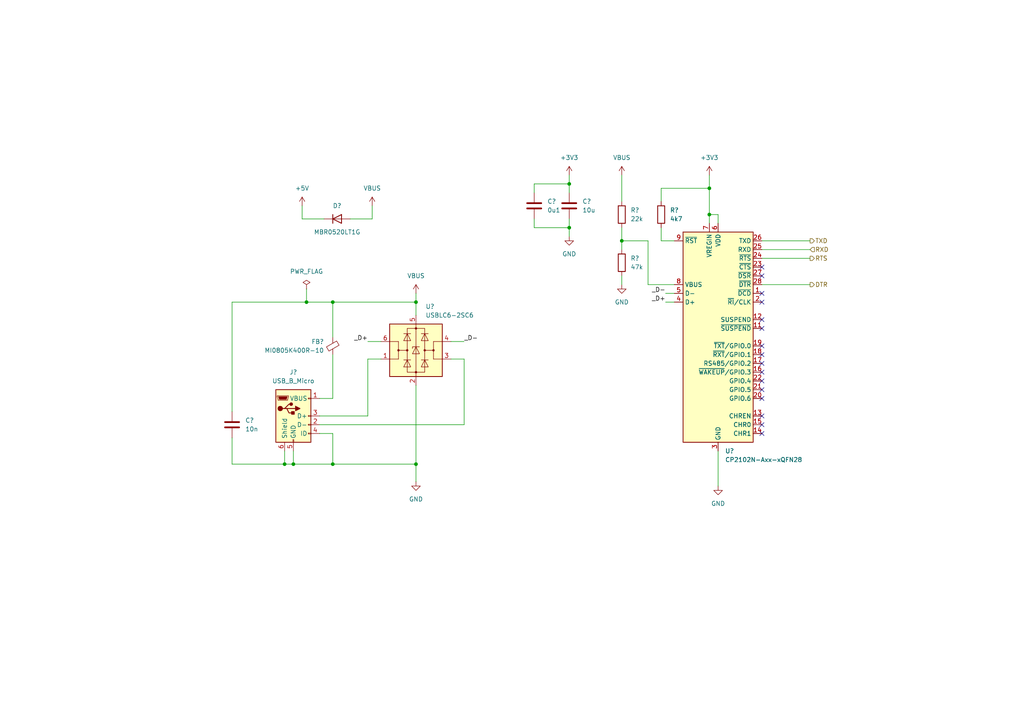
<source format=kicad_sch>
(kicad_sch (version 20211123) (generator eeschema)

  (uuid 5ce64adb-7d6f-4855-b260-23509984dabe)

  (paper "A4")

  (title_block
    (title "Chrysler Scanner")
    (date "2023-06-24")
    (rev "V2.11")
    (company "andy@britishideas.com")
    (comment 1 "V210/ChryslerScanner_V210/schematic/ChryslerScanner_V210_schematic.pdf")
    (comment 2 "Developed From: https://github.com/laszlodaniel/ChryslerScanner/blob/master/PCB/")
    (comment 3 "GPL V3 LICENSE")
  )

  (lib_symbols
    (symbol "Connector:USB_B_Micro" (pin_names (offset 1.016)) (in_bom yes) (on_board yes)
      (property "Reference" "J" (id 0) (at -5.08 11.43 0)
        (effects (font (size 1.27 1.27)) (justify left))
      )
      (property "Value" "USB_B_Micro" (id 1) (at -5.08 8.89 0)
        (effects (font (size 1.27 1.27)) (justify left))
      )
      (property "Footprint" "" (id 2) (at 3.81 -1.27 0)
        (effects (font (size 1.27 1.27)) hide)
      )
      (property "Datasheet" "~" (id 3) (at 3.81 -1.27 0)
        (effects (font (size 1.27 1.27)) hide)
      )
      (property "ki_keywords" "connector USB micro" (id 4) (at 0 0 0)
        (effects (font (size 1.27 1.27)) hide)
      )
      (property "ki_description" "USB Micro Type B connector" (id 5) (at 0 0 0)
        (effects (font (size 1.27 1.27)) hide)
      )
      (property "ki_fp_filters" "USB*" (id 6) (at 0 0 0)
        (effects (font (size 1.27 1.27)) hide)
      )
      (symbol "USB_B_Micro_0_1"
        (rectangle (start -5.08 -7.62) (end 5.08 7.62)
          (stroke (width 0.254) (type default) (color 0 0 0 0))
          (fill (type background))
        )
        (circle (center -3.81 2.159) (radius 0.635)
          (stroke (width 0.254) (type default) (color 0 0 0 0))
          (fill (type outline))
        )
        (circle (center -0.635 3.429) (radius 0.381)
          (stroke (width 0.254) (type default) (color 0 0 0 0))
          (fill (type outline))
        )
        (rectangle (start -0.127 -7.62) (end 0.127 -6.858)
          (stroke (width 0) (type default) (color 0 0 0 0))
          (fill (type none))
        )
        (polyline
          (pts
            (xy -1.905 2.159)
            (xy 0.635 2.159)
          )
          (stroke (width 0.254) (type default) (color 0 0 0 0))
          (fill (type none))
        )
        (polyline
          (pts
            (xy -3.175 2.159)
            (xy -2.54 2.159)
            (xy -1.27 3.429)
            (xy -0.635 3.429)
          )
          (stroke (width 0.254) (type default) (color 0 0 0 0))
          (fill (type none))
        )
        (polyline
          (pts
            (xy -2.54 2.159)
            (xy -1.905 2.159)
            (xy -1.27 0.889)
            (xy 0 0.889)
          )
          (stroke (width 0.254) (type default) (color 0 0 0 0))
          (fill (type none))
        )
        (polyline
          (pts
            (xy 0.635 2.794)
            (xy 0.635 1.524)
            (xy 1.905 2.159)
            (xy 0.635 2.794)
          )
          (stroke (width 0.254) (type default) (color 0 0 0 0))
          (fill (type outline))
        )
        (polyline
          (pts
            (xy -4.318 5.588)
            (xy -1.778 5.588)
            (xy -2.032 4.826)
            (xy -4.064 4.826)
            (xy -4.318 5.588)
          )
          (stroke (width 0) (type default) (color 0 0 0 0))
          (fill (type outline))
        )
        (polyline
          (pts
            (xy -4.699 5.842)
            (xy -4.699 5.588)
            (xy -4.445 4.826)
            (xy -4.445 4.572)
            (xy -1.651 4.572)
            (xy -1.651 4.826)
            (xy -1.397 5.588)
            (xy -1.397 5.842)
            (xy -4.699 5.842)
          )
          (stroke (width 0) (type default) (color 0 0 0 0))
          (fill (type none))
        )
        (rectangle (start 0.254 1.27) (end -0.508 0.508)
          (stroke (width 0.254) (type default) (color 0 0 0 0))
          (fill (type outline))
        )
        (rectangle (start 5.08 -5.207) (end 4.318 -4.953)
          (stroke (width 0) (type default) (color 0 0 0 0))
          (fill (type none))
        )
        (rectangle (start 5.08 -2.667) (end 4.318 -2.413)
          (stroke (width 0) (type default) (color 0 0 0 0))
          (fill (type none))
        )
        (rectangle (start 5.08 -0.127) (end 4.318 0.127)
          (stroke (width 0) (type default) (color 0 0 0 0))
          (fill (type none))
        )
        (rectangle (start 5.08 4.953) (end 4.318 5.207)
          (stroke (width 0) (type default) (color 0 0 0 0))
          (fill (type none))
        )
      )
      (symbol "USB_B_Micro_1_1"
        (pin power_out line (at 7.62 5.08 180) (length 2.54)
          (name "VBUS" (effects (font (size 1.27 1.27))))
          (number "1" (effects (font (size 1.27 1.27))))
        )
        (pin bidirectional line (at 7.62 -2.54 180) (length 2.54)
          (name "D-" (effects (font (size 1.27 1.27))))
          (number "2" (effects (font (size 1.27 1.27))))
        )
        (pin bidirectional line (at 7.62 0 180) (length 2.54)
          (name "D+" (effects (font (size 1.27 1.27))))
          (number "3" (effects (font (size 1.27 1.27))))
        )
        (pin passive line (at 7.62 -5.08 180) (length 2.54)
          (name "ID" (effects (font (size 1.27 1.27))))
          (number "4" (effects (font (size 1.27 1.27))))
        )
        (pin power_out line (at 0 -10.16 90) (length 2.54)
          (name "GND" (effects (font (size 1.27 1.27))))
          (number "5" (effects (font (size 1.27 1.27))))
        )
        (pin passive line (at -2.54 -10.16 90) (length 2.54)
          (name "Shield" (effects (font (size 1.27 1.27))))
          (number "6" (effects (font (size 1.27 1.27))))
        )
      )
    )
    (symbol "Device:C" (pin_numbers hide) (pin_names (offset 0.254)) (in_bom yes) (on_board yes)
      (property "Reference" "C" (id 0) (at 0.635 2.54 0)
        (effects (font (size 1.27 1.27)) (justify left))
      )
      (property "Value" "C" (id 1) (at 0.635 -2.54 0)
        (effects (font (size 1.27 1.27)) (justify left))
      )
      (property "Footprint" "" (id 2) (at 0.9652 -3.81 0)
        (effects (font (size 1.27 1.27)) hide)
      )
      (property "Datasheet" "~" (id 3) (at 0 0 0)
        (effects (font (size 1.27 1.27)) hide)
      )
      (property "ki_keywords" "cap capacitor" (id 4) (at 0 0 0)
        (effects (font (size 1.27 1.27)) hide)
      )
      (property "ki_description" "Unpolarized capacitor" (id 5) (at 0 0 0)
        (effects (font (size 1.27 1.27)) hide)
      )
      (property "ki_fp_filters" "C_*" (id 6) (at 0 0 0)
        (effects (font (size 1.27 1.27)) hide)
      )
      (symbol "C_0_1"
        (polyline
          (pts
            (xy -2.032 -0.762)
            (xy 2.032 -0.762)
          )
          (stroke (width 0.508) (type default) (color 0 0 0 0))
          (fill (type none))
        )
        (polyline
          (pts
            (xy -2.032 0.762)
            (xy 2.032 0.762)
          )
          (stroke (width 0.508) (type default) (color 0 0 0 0))
          (fill (type none))
        )
      )
      (symbol "C_1_1"
        (pin passive line (at 0 3.81 270) (length 2.794)
          (name "~" (effects (font (size 1.27 1.27))))
          (number "1" (effects (font (size 1.27 1.27))))
        )
        (pin passive line (at 0 -3.81 90) (length 2.794)
          (name "~" (effects (font (size 1.27 1.27))))
          (number "2" (effects (font (size 1.27 1.27))))
        )
      )
    )
    (symbol "Device:D" (pin_numbers hide) (pin_names (offset 1.016) hide) (in_bom yes) (on_board yes)
      (property "Reference" "D" (id 0) (at 0 2.54 0)
        (effects (font (size 1.27 1.27)))
      )
      (property "Value" "D" (id 1) (at 0 -2.54 0)
        (effects (font (size 1.27 1.27)))
      )
      (property "Footprint" "" (id 2) (at 0 0 0)
        (effects (font (size 1.27 1.27)) hide)
      )
      (property "Datasheet" "~" (id 3) (at 0 0 0)
        (effects (font (size 1.27 1.27)) hide)
      )
      (property "ki_keywords" "diode" (id 4) (at 0 0 0)
        (effects (font (size 1.27 1.27)) hide)
      )
      (property "ki_description" "Diode" (id 5) (at 0 0 0)
        (effects (font (size 1.27 1.27)) hide)
      )
      (property "ki_fp_filters" "TO-???* *_Diode_* *SingleDiode* D_*" (id 6) (at 0 0 0)
        (effects (font (size 1.27 1.27)) hide)
      )
      (symbol "D_0_1"
        (polyline
          (pts
            (xy -1.27 1.27)
            (xy -1.27 -1.27)
          )
          (stroke (width 0.254) (type default) (color 0 0 0 0))
          (fill (type none))
        )
        (polyline
          (pts
            (xy 1.27 0)
            (xy -1.27 0)
          )
          (stroke (width 0) (type default) (color 0 0 0 0))
          (fill (type none))
        )
        (polyline
          (pts
            (xy 1.27 1.27)
            (xy 1.27 -1.27)
            (xy -1.27 0)
            (xy 1.27 1.27)
          )
          (stroke (width 0.254) (type default) (color 0 0 0 0))
          (fill (type none))
        )
      )
      (symbol "D_1_1"
        (pin passive line (at -3.81 0 0) (length 2.54)
          (name "K" (effects (font (size 1.27 1.27))))
          (number "1" (effects (font (size 1.27 1.27))))
        )
        (pin passive line (at 3.81 0 180) (length 2.54)
          (name "A" (effects (font (size 1.27 1.27))))
          (number "2" (effects (font (size 1.27 1.27))))
        )
      )
    )
    (symbol "Device:FerriteBead_Small" (pin_numbers hide) (pin_names (offset 0)) (in_bom yes) (on_board yes)
      (property "Reference" "FB" (id 0) (at 1.905 1.27 0)
        (effects (font (size 1.27 1.27)) (justify left))
      )
      (property "Value" "FerriteBead_Small" (id 1) (at 1.905 -1.27 0)
        (effects (font (size 1.27 1.27)) (justify left))
      )
      (property "Footprint" "" (id 2) (at -1.778 0 90)
        (effects (font (size 1.27 1.27)) hide)
      )
      (property "Datasheet" "~" (id 3) (at 0 0 0)
        (effects (font (size 1.27 1.27)) hide)
      )
      (property "ki_keywords" "L ferrite bead inductor filter" (id 4) (at 0 0 0)
        (effects (font (size 1.27 1.27)) hide)
      )
      (property "ki_description" "Ferrite bead, small symbol" (id 5) (at 0 0 0)
        (effects (font (size 1.27 1.27)) hide)
      )
      (property "ki_fp_filters" "Inductor_* L_* *Ferrite*" (id 6) (at 0 0 0)
        (effects (font (size 1.27 1.27)) hide)
      )
      (symbol "FerriteBead_Small_0_1"
        (polyline
          (pts
            (xy 0 -1.27)
            (xy 0 -0.7874)
          )
          (stroke (width 0) (type default) (color 0 0 0 0))
          (fill (type none))
        )
        (polyline
          (pts
            (xy 0 0.889)
            (xy 0 1.2954)
          )
          (stroke (width 0) (type default) (color 0 0 0 0))
          (fill (type none))
        )
        (polyline
          (pts
            (xy -1.8288 0.2794)
            (xy -1.1176 1.4986)
            (xy 1.8288 -0.2032)
            (xy 1.1176 -1.4224)
            (xy -1.8288 0.2794)
          )
          (stroke (width 0) (type default) (color 0 0 0 0))
          (fill (type none))
        )
      )
      (symbol "FerriteBead_Small_1_1"
        (pin passive line (at 0 2.54 270) (length 1.27)
          (name "~" (effects (font (size 1.27 1.27))))
          (number "1" (effects (font (size 1.27 1.27))))
        )
        (pin passive line (at 0 -2.54 90) (length 1.27)
          (name "~" (effects (font (size 1.27 1.27))))
          (number "2" (effects (font (size 1.27 1.27))))
        )
      )
    )
    (symbol "Device:R" (pin_numbers hide) (pin_names (offset 0)) (in_bom yes) (on_board yes)
      (property "Reference" "R" (id 0) (at 2.032 0 90)
        (effects (font (size 1.27 1.27)))
      )
      (property "Value" "R" (id 1) (at 0 0 90)
        (effects (font (size 1.27 1.27)))
      )
      (property "Footprint" "" (id 2) (at -1.778 0 90)
        (effects (font (size 1.27 1.27)) hide)
      )
      (property "Datasheet" "~" (id 3) (at 0 0 0)
        (effects (font (size 1.27 1.27)) hide)
      )
      (property "ki_keywords" "R res resistor" (id 4) (at 0 0 0)
        (effects (font (size 1.27 1.27)) hide)
      )
      (property "ki_description" "Resistor" (id 5) (at 0 0 0)
        (effects (font (size 1.27 1.27)) hide)
      )
      (property "ki_fp_filters" "R_*" (id 6) (at 0 0 0)
        (effects (font (size 1.27 1.27)) hide)
      )
      (symbol "R_0_1"
        (rectangle (start -1.016 -2.54) (end 1.016 2.54)
          (stroke (width 0.254) (type default) (color 0 0 0 0))
          (fill (type none))
        )
      )
      (symbol "R_1_1"
        (pin passive line (at 0 3.81 270) (length 1.27)
          (name "~" (effects (font (size 1.27 1.27))))
          (number "1" (effects (font (size 1.27 1.27))))
        )
        (pin passive line (at 0 -3.81 90) (length 1.27)
          (name "~" (effects (font (size 1.27 1.27))))
          (number "2" (effects (font (size 1.27 1.27))))
        )
      )
    )
    (symbol "Interface_USB:CP2102N-Axx-xQFN28" (in_bom yes) (on_board yes)
      (property "Reference" "U" (id 0) (at -8.89 31.75 0)
        (effects (font (size 1.27 1.27)))
      )
      (property "Value" "CP2102N-Axx-xQFN28" (id 1) (at 12.7 31.75 0)
        (effects (font (size 1.27 1.27)))
      )
      (property "Footprint" "Package_DFN_QFN:QFN-28-1EP_5x5mm_P0.5mm_EP3.35x3.35mm" (id 2) (at 33.02 -31.75 0)
        (effects (font (size 1.27 1.27)) hide)
      )
      (property "Datasheet" "https://www.silabs.com/documents/public/data-sheets/cp2102n-datasheet.pdf" (id 3) (at 1.27 -19.05 0)
        (effects (font (size 1.27 1.27)) hide)
      )
      (property "ki_keywords" "USB UART bridge" (id 4) (at 0 0 0)
        (effects (font (size 1.27 1.27)) hide)
      )
      (property "ki_description" "USB to UART master bridge, QFN-28" (id 5) (at 0 0 0)
        (effects (font (size 1.27 1.27)) hide)
      )
      (property "ki_fp_filters" "QFN*1EP*5x5mm*P0.5mm*" (id 6) (at 0 0 0)
        (effects (font (size 1.27 1.27)) hide)
      )
      (symbol "CP2102N-Axx-xQFN28_0_1"
        (rectangle (start -10.16 30.48) (end 10.16 -30.48)
          (stroke (width 0.254) (type default) (color 0 0 0 0))
          (fill (type background))
        )
      )
      (symbol "CP2102N-Axx-xQFN28_1_1"
        (pin input line (at 12.7 12.7 180) (length 2.54)
          (name "~{DCD}" (effects (font (size 1.27 1.27))))
          (number "1" (effects (font (size 1.27 1.27))))
        )
        (pin no_connect line (at -10.16 -27.94 0) (length 2.54) hide
          (name "NC" (effects (font (size 1.27 1.27))))
          (number "10" (effects (font (size 1.27 1.27))))
        )
        (pin output line (at 12.7 2.54 180) (length 2.54)
          (name "~{SUSPEND}" (effects (font (size 1.27 1.27))))
          (number "11" (effects (font (size 1.27 1.27))))
        )
        (pin output line (at 12.7 5.08 180) (length 2.54)
          (name "SUSPEND" (effects (font (size 1.27 1.27))))
          (number "12" (effects (font (size 1.27 1.27))))
        )
        (pin output line (at 12.7 -22.86 180) (length 2.54)
          (name "CHREN" (effects (font (size 1.27 1.27))))
          (number "13" (effects (font (size 1.27 1.27))))
        )
        (pin output line (at 12.7 -27.94 180) (length 2.54)
          (name "CHR1" (effects (font (size 1.27 1.27))))
          (number "14" (effects (font (size 1.27 1.27))))
        )
        (pin output line (at 12.7 -25.4 180) (length 2.54)
          (name "CHR0" (effects (font (size 1.27 1.27))))
          (number "15" (effects (font (size 1.27 1.27))))
        )
        (pin bidirectional line (at 12.7 -10.16 180) (length 2.54)
          (name "~{WAKEUP}/GPIO.3" (effects (font (size 1.27 1.27))))
          (number "16" (effects (font (size 1.27 1.27))))
        )
        (pin bidirectional line (at 12.7 -7.62 180) (length 2.54)
          (name "RS485/GPIO.2" (effects (font (size 1.27 1.27))))
          (number "17" (effects (font (size 1.27 1.27))))
        )
        (pin bidirectional line (at 12.7 -5.08 180) (length 2.54)
          (name "~{RXT}/GPIO.1" (effects (font (size 1.27 1.27))))
          (number "18" (effects (font (size 1.27 1.27))))
        )
        (pin bidirectional line (at 12.7 -2.54 180) (length 2.54)
          (name "~{TXT}/GPIO.0" (effects (font (size 1.27 1.27))))
          (number "19" (effects (font (size 1.27 1.27))))
        )
        (pin bidirectional line (at 12.7 10.16 180) (length 2.54)
          (name "~{RI}/CLK" (effects (font (size 1.27 1.27))))
          (number "2" (effects (font (size 1.27 1.27))))
        )
        (pin bidirectional line (at 12.7 -17.78 180) (length 2.54)
          (name "GPIO.6" (effects (font (size 1.27 1.27))))
          (number "20" (effects (font (size 1.27 1.27))))
        )
        (pin bidirectional line (at 12.7 -15.24 180) (length 2.54)
          (name "GPIO.5" (effects (font (size 1.27 1.27))))
          (number "21" (effects (font (size 1.27 1.27))))
        )
        (pin bidirectional line (at 12.7 -12.7 180) (length 2.54)
          (name "GPIO.4" (effects (font (size 1.27 1.27))))
          (number "22" (effects (font (size 1.27 1.27))))
        )
        (pin input line (at 12.7 20.32 180) (length 2.54)
          (name "~{CTS}" (effects (font (size 1.27 1.27))))
          (number "23" (effects (font (size 1.27 1.27))))
        )
        (pin output line (at 12.7 22.86 180) (length 2.54)
          (name "~{RTS}" (effects (font (size 1.27 1.27))))
          (number "24" (effects (font (size 1.27 1.27))))
        )
        (pin input line (at 12.7 25.4 180) (length 2.54)
          (name "RXD" (effects (font (size 1.27 1.27))))
          (number "25" (effects (font (size 1.27 1.27))))
        )
        (pin output line (at 12.7 27.94 180) (length 2.54)
          (name "TXD" (effects (font (size 1.27 1.27))))
          (number "26" (effects (font (size 1.27 1.27))))
        )
        (pin input line (at 12.7 17.78 180) (length 2.54)
          (name "~{DSR}" (effects (font (size 1.27 1.27))))
          (number "27" (effects (font (size 1.27 1.27))))
        )
        (pin output line (at 12.7 15.24 180) (length 2.54)
          (name "~{DTR}" (effects (font (size 1.27 1.27))))
          (number "28" (effects (font (size 1.27 1.27))))
        )
        (pin passive line (at 0 -33.02 90) (length 2.54) hide
          (name "GND" (effects (font (size 1.27 1.27))))
          (number "29" (effects (font (size 1.27 1.27))))
        )
        (pin power_in line (at 0 -33.02 90) (length 2.54)
          (name "GND" (effects (font (size 1.27 1.27))))
          (number "3" (effects (font (size 1.27 1.27))))
        )
        (pin bidirectional line (at -12.7 10.16 0) (length 2.54)
          (name "D+" (effects (font (size 1.27 1.27))))
          (number "4" (effects (font (size 1.27 1.27))))
        )
        (pin bidirectional line (at -12.7 12.7 0) (length 2.54)
          (name "D-" (effects (font (size 1.27 1.27))))
          (number "5" (effects (font (size 1.27 1.27))))
        )
        (pin power_in line (at 0 33.02 270) (length 2.54)
          (name "VDD" (effects (font (size 1.27 1.27))))
          (number "6" (effects (font (size 1.27 1.27))))
        )
        (pin power_in line (at -2.54 33.02 270) (length 2.54)
          (name "VREGIN" (effects (font (size 1.27 1.27))))
          (number "7" (effects (font (size 1.27 1.27))))
        )
        (pin input line (at -12.7 15.24 0) (length 2.54)
          (name "VBUS" (effects (font (size 1.27 1.27))))
          (number "8" (effects (font (size 1.27 1.27))))
        )
        (pin input line (at -12.7 27.94 0) (length 2.54)
          (name "~{RST}" (effects (font (size 1.27 1.27))))
          (number "9" (effects (font (size 1.27 1.27))))
        )
      )
    )
    (symbol "Power_Protection:USBLC6-2SC6" (pin_names hide) (in_bom yes) (on_board yes)
      (property "Reference" "U" (id 0) (at 2.54 8.89 0)
        (effects (font (size 1.27 1.27)) (justify left))
      )
      (property "Value" "USBLC6-2SC6" (id 1) (at 2.54 -8.89 0)
        (effects (font (size 1.27 1.27)) (justify left))
      )
      (property "Footprint" "Package_TO_SOT_SMD:SOT-23-6" (id 2) (at 0 -12.7 0)
        (effects (font (size 1.27 1.27)) hide)
      )
      (property "Datasheet" "https://www.st.com/resource/en/datasheet/usblc6-2.pdf" (id 3) (at 5.08 8.89 0)
        (effects (font (size 1.27 1.27)) hide)
      )
      (property "ki_keywords" "usb ethernet video" (id 4) (at 0 0 0)
        (effects (font (size 1.27 1.27)) hide)
      )
      (property "ki_description" "Very low capacitance ESD protection diode, 2 data-line, SOT-23-6" (id 5) (at 0 0 0)
        (effects (font (size 1.27 1.27)) hide)
      )
      (property "ki_fp_filters" "SOT?23*" (id 6) (at 0 0 0)
        (effects (font (size 1.27 1.27)) hide)
      )
      (symbol "USBLC6-2SC6_0_1"
        (rectangle (start -7.62 -7.62) (end 7.62 7.62)
          (stroke (width 0.254) (type default) (color 0 0 0 0))
          (fill (type background))
        )
        (circle (center -5.08 0) (radius 0.254)
          (stroke (width 0) (type default) (color 0 0 0 0))
          (fill (type outline))
        )
        (circle (center -2.54 0) (radius 0.254)
          (stroke (width 0) (type default) (color 0 0 0 0))
          (fill (type outline))
        )
        (rectangle (start -2.54 6.35) (end 2.54 -6.35)
          (stroke (width 0) (type default) (color 0 0 0 0))
          (fill (type none))
        )
        (circle (center 0 -6.35) (radius 0.254)
          (stroke (width 0) (type default) (color 0 0 0 0))
          (fill (type outline))
        )
        (polyline
          (pts
            (xy -5.08 -2.54)
            (xy -7.62 -2.54)
          )
          (stroke (width 0) (type default) (color 0 0 0 0))
          (fill (type none))
        )
        (polyline
          (pts
            (xy -5.08 0)
            (xy -5.08 -2.54)
          )
          (stroke (width 0) (type default) (color 0 0 0 0))
          (fill (type none))
        )
        (polyline
          (pts
            (xy -5.08 2.54)
            (xy -7.62 2.54)
          )
          (stroke (width 0) (type default) (color 0 0 0 0))
          (fill (type none))
        )
        (polyline
          (pts
            (xy -1.524 -2.794)
            (xy -3.556 -2.794)
          )
          (stroke (width 0) (type default) (color 0 0 0 0))
          (fill (type none))
        )
        (polyline
          (pts
            (xy -1.524 4.826)
            (xy -3.556 4.826)
          )
          (stroke (width 0) (type default) (color 0 0 0 0))
          (fill (type none))
        )
        (polyline
          (pts
            (xy 0 -7.62)
            (xy 0 -6.35)
          )
          (stroke (width 0) (type default) (color 0 0 0 0))
          (fill (type none))
        )
        (polyline
          (pts
            (xy 0 -6.35)
            (xy 0 1.27)
          )
          (stroke (width 0) (type default) (color 0 0 0 0))
          (fill (type none))
        )
        (polyline
          (pts
            (xy 0 1.27)
            (xy 0 6.35)
          )
          (stroke (width 0) (type default) (color 0 0 0 0))
          (fill (type none))
        )
        (polyline
          (pts
            (xy 0 6.35)
            (xy 0 7.62)
          )
          (stroke (width 0) (type default) (color 0 0 0 0))
          (fill (type none))
        )
        (polyline
          (pts
            (xy 1.524 -2.794)
            (xy 3.556 -2.794)
          )
          (stroke (width 0) (type default) (color 0 0 0 0))
          (fill (type none))
        )
        (polyline
          (pts
            (xy 1.524 4.826)
            (xy 3.556 4.826)
          )
          (stroke (width 0) (type default) (color 0 0 0 0))
          (fill (type none))
        )
        (polyline
          (pts
            (xy 5.08 -2.54)
            (xy 7.62 -2.54)
          )
          (stroke (width 0) (type default) (color 0 0 0 0))
          (fill (type none))
        )
        (polyline
          (pts
            (xy 5.08 0)
            (xy 5.08 -2.54)
          )
          (stroke (width 0) (type default) (color 0 0 0 0))
          (fill (type none))
        )
        (polyline
          (pts
            (xy 5.08 2.54)
            (xy 7.62 2.54)
          )
          (stroke (width 0) (type default) (color 0 0 0 0))
          (fill (type none))
        )
        (polyline
          (pts
            (xy -2.54 0)
            (xy -5.08 0)
            (xy -5.08 2.54)
          )
          (stroke (width 0) (type default) (color 0 0 0 0))
          (fill (type none))
        )
        (polyline
          (pts
            (xy 2.54 0)
            (xy 5.08 0)
            (xy 5.08 2.54)
          )
          (stroke (width 0) (type default) (color 0 0 0 0))
          (fill (type none))
        )
        (polyline
          (pts
            (xy -3.556 -4.826)
            (xy -1.524 -4.826)
            (xy -2.54 -2.794)
            (xy -3.556 -4.826)
          )
          (stroke (width 0) (type default) (color 0 0 0 0))
          (fill (type none))
        )
        (polyline
          (pts
            (xy -3.556 2.794)
            (xy -1.524 2.794)
            (xy -2.54 4.826)
            (xy -3.556 2.794)
          )
          (stroke (width 0) (type default) (color 0 0 0 0))
          (fill (type none))
        )
        (polyline
          (pts
            (xy -1.016 -1.016)
            (xy 1.016 -1.016)
            (xy 0 1.016)
            (xy -1.016 -1.016)
          )
          (stroke (width 0) (type default) (color 0 0 0 0))
          (fill (type none))
        )
        (polyline
          (pts
            (xy 1.016 1.016)
            (xy 0.762 1.016)
            (xy -1.016 1.016)
            (xy -1.016 0.508)
          )
          (stroke (width 0) (type default) (color 0 0 0 0))
          (fill (type none))
        )
        (polyline
          (pts
            (xy 3.556 -4.826)
            (xy 1.524 -4.826)
            (xy 2.54 -2.794)
            (xy 3.556 -4.826)
          )
          (stroke (width 0) (type default) (color 0 0 0 0))
          (fill (type none))
        )
        (polyline
          (pts
            (xy 3.556 2.794)
            (xy 1.524 2.794)
            (xy 2.54 4.826)
            (xy 3.556 2.794)
          )
          (stroke (width 0) (type default) (color 0 0 0 0))
          (fill (type none))
        )
        (circle (center 0 6.35) (radius 0.254)
          (stroke (width 0) (type default) (color 0 0 0 0))
          (fill (type outline))
        )
        (circle (center 2.54 0) (radius 0.254)
          (stroke (width 0) (type default) (color 0 0 0 0))
          (fill (type outline))
        )
        (circle (center 5.08 0) (radius 0.254)
          (stroke (width 0) (type default) (color 0 0 0 0))
          (fill (type outline))
        )
      )
      (symbol "USBLC6-2SC6_1_1"
        (pin passive line (at -10.16 -2.54 0) (length 2.54)
          (name "I/O1" (effects (font (size 1.27 1.27))))
          (number "1" (effects (font (size 1.27 1.27))))
        )
        (pin passive line (at 0 -10.16 90) (length 2.54)
          (name "GND" (effects (font (size 1.27 1.27))))
          (number "2" (effects (font (size 1.27 1.27))))
        )
        (pin passive line (at 10.16 -2.54 180) (length 2.54)
          (name "I/O2" (effects (font (size 1.27 1.27))))
          (number "3" (effects (font (size 1.27 1.27))))
        )
        (pin passive line (at 10.16 2.54 180) (length 2.54)
          (name "I/O2" (effects (font (size 1.27 1.27))))
          (number "4" (effects (font (size 1.27 1.27))))
        )
        (pin passive line (at 0 10.16 270) (length 2.54)
          (name "VBUS" (effects (font (size 1.27 1.27))))
          (number "5" (effects (font (size 1.27 1.27))))
        )
        (pin passive line (at -10.16 2.54 0) (length 2.54)
          (name "I/O1" (effects (font (size 1.27 1.27))))
          (number "6" (effects (font (size 1.27 1.27))))
        )
      )
    )
    (symbol "power:+3V3" (power) (pin_names (offset 0)) (in_bom yes) (on_board yes)
      (property "Reference" "#PWR" (id 0) (at 0 -3.81 0)
        (effects (font (size 1.27 1.27)) hide)
      )
      (property "Value" "+3V3" (id 1) (at 0 3.556 0)
        (effects (font (size 1.27 1.27)))
      )
      (property "Footprint" "" (id 2) (at 0 0 0)
        (effects (font (size 1.27 1.27)) hide)
      )
      (property "Datasheet" "" (id 3) (at 0 0 0)
        (effects (font (size 1.27 1.27)) hide)
      )
      (property "ki_keywords" "power-flag" (id 4) (at 0 0 0)
        (effects (font (size 1.27 1.27)) hide)
      )
      (property "ki_description" "Power symbol creates a global label with name \"+3V3\"" (id 5) (at 0 0 0)
        (effects (font (size 1.27 1.27)) hide)
      )
      (symbol "+3V3_0_1"
        (polyline
          (pts
            (xy -0.762 1.27)
            (xy 0 2.54)
          )
          (stroke (width 0) (type default) (color 0 0 0 0))
          (fill (type none))
        )
        (polyline
          (pts
            (xy 0 0)
            (xy 0 2.54)
          )
          (stroke (width 0) (type default) (color 0 0 0 0))
          (fill (type none))
        )
        (polyline
          (pts
            (xy 0 2.54)
            (xy 0.762 1.27)
          )
          (stroke (width 0) (type default) (color 0 0 0 0))
          (fill (type none))
        )
      )
      (symbol "+3V3_1_1"
        (pin power_in line (at 0 0 90) (length 0) hide
          (name "+3V3" (effects (font (size 1.27 1.27))))
          (number "1" (effects (font (size 1.27 1.27))))
        )
      )
    )
    (symbol "power:+5V" (power) (pin_names (offset 0)) (in_bom yes) (on_board yes)
      (property "Reference" "#PWR" (id 0) (at 0 -3.81 0)
        (effects (font (size 1.27 1.27)) hide)
      )
      (property "Value" "+5V" (id 1) (at 0 3.556 0)
        (effects (font (size 1.27 1.27)))
      )
      (property "Footprint" "" (id 2) (at 0 0 0)
        (effects (font (size 1.27 1.27)) hide)
      )
      (property "Datasheet" "" (id 3) (at 0 0 0)
        (effects (font (size 1.27 1.27)) hide)
      )
      (property "ki_keywords" "power-flag" (id 4) (at 0 0 0)
        (effects (font (size 1.27 1.27)) hide)
      )
      (property "ki_description" "Power symbol creates a global label with name \"+5V\"" (id 5) (at 0 0 0)
        (effects (font (size 1.27 1.27)) hide)
      )
      (symbol "+5V_0_1"
        (polyline
          (pts
            (xy -0.762 1.27)
            (xy 0 2.54)
          )
          (stroke (width 0) (type default) (color 0 0 0 0))
          (fill (type none))
        )
        (polyline
          (pts
            (xy 0 0)
            (xy 0 2.54)
          )
          (stroke (width 0) (type default) (color 0 0 0 0))
          (fill (type none))
        )
        (polyline
          (pts
            (xy 0 2.54)
            (xy 0.762 1.27)
          )
          (stroke (width 0) (type default) (color 0 0 0 0))
          (fill (type none))
        )
      )
      (symbol "+5V_1_1"
        (pin power_in line (at 0 0 90) (length 0) hide
          (name "+5V" (effects (font (size 1.27 1.27))))
          (number "1" (effects (font (size 1.27 1.27))))
        )
      )
    )
    (symbol "power:GND" (power) (pin_names (offset 0)) (in_bom yes) (on_board yes)
      (property "Reference" "#PWR" (id 0) (at 0 -6.35 0)
        (effects (font (size 1.27 1.27)) hide)
      )
      (property "Value" "GND" (id 1) (at 0 -3.81 0)
        (effects (font (size 1.27 1.27)))
      )
      (property "Footprint" "" (id 2) (at 0 0 0)
        (effects (font (size 1.27 1.27)) hide)
      )
      (property "Datasheet" "" (id 3) (at 0 0 0)
        (effects (font (size 1.27 1.27)) hide)
      )
      (property "ki_keywords" "power-flag" (id 4) (at 0 0 0)
        (effects (font (size 1.27 1.27)) hide)
      )
      (property "ki_description" "Power symbol creates a global label with name \"GND\" , ground" (id 5) (at 0 0 0)
        (effects (font (size 1.27 1.27)) hide)
      )
      (symbol "GND_0_1"
        (polyline
          (pts
            (xy 0 0)
            (xy 0 -1.27)
            (xy 1.27 -1.27)
            (xy 0 -2.54)
            (xy -1.27 -1.27)
            (xy 0 -1.27)
          )
          (stroke (width 0) (type default) (color 0 0 0 0))
          (fill (type none))
        )
      )
      (symbol "GND_1_1"
        (pin power_in line (at 0 0 270) (length 0) hide
          (name "GND" (effects (font (size 1.27 1.27))))
          (number "1" (effects (font (size 1.27 1.27))))
        )
      )
    )
    (symbol "power:PWR_FLAG" (power) (pin_numbers hide) (pin_names (offset 0) hide) (in_bom yes) (on_board yes)
      (property "Reference" "#FLG" (id 0) (at 0 1.905 0)
        (effects (font (size 1.27 1.27)) hide)
      )
      (property "Value" "PWR_FLAG" (id 1) (at 0 3.81 0)
        (effects (font (size 1.27 1.27)))
      )
      (property "Footprint" "" (id 2) (at 0 0 0)
        (effects (font (size 1.27 1.27)) hide)
      )
      (property "Datasheet" "~" (id 3) (at 0 0 0)
        (effects (font (size 1.27 1.27)) hide)
      )
      (property "ki_keywords" "power-flag" (id 4) (at 0 0 0)
        (effects (font (size 1.27 1.27)) hide)
      )
      (property "ki_description" "Special symbol for telling ERC where power comes from" (id 5) (at 0 0 0)
        (effects (font (size 1.27 1.27)) hide)
      )
      (symbol "PWR_FLAG_0_0"
        (pin power_out line (at 0 0 90) (length 0)
          (name "pwr" (effects (font (size 1.27 1.27))))
          (number "1" (effects (font (size 1.27 1.27))))
        )
      )
      (symbol "PWR_FLAG_0_1"
        (polyline
          (pts
            (xy 0 0)
            (xy 0 1.27)
            (xy -1.016 1.905)
            (xy 0 2.54)
            (xy 1.016 1.905)
            (xy 0 1.27)
          )
          (stroke (width 0) (type default) (color 0 0 0 0))
          (fill (type none))
        )
      )
    )
    (symbol "power:VBUS" (power) (pin_names (offset 0)) (in_bom yes) (on_board yes)
      (property "Reference" "#PWR" (id 0) (at 0 -3.81 0)
        (effects (font (size 1.27 1.27)) hide)
      )
      (property "Value" "VBUS" (id 1) (at 0 3.81 0)
        (effects (font (size 1.27 1.27)))
      )
      (property "Footprint" "" (id 2) (at 0 0 0)
        (effects (font (size 1.27 1.27)) hide)
      )
      (property "Datasheet" "" (id 3) (at 0 0 0)
        (effects (font (size 1.27 1.27)) hide)
      )
      (property "ki_keywords" "power-flag" (id 4) (at 0 0 0)
        (effects (font (size 1.27 1.27)) hide)
      )
      (property "ki_description" "Power symbol creates a global label with name \"VBUS\"" (id 5) (at 0 0 0)
        (effects (font (size 1.27 1.27)) hide)
      )
      (symbol "VBUS_0_1"
        (polyline
          (pts
            (xy -0.762 1.27)
            (xy 0 2.54)
          )
          (stroke (width 0) (type default) (color 0 0 0 0))
          (fill (type none))
        )
        (polyline
          (pts
            (xy 0 0)
            (xy 0 2.54)
          )
          (stroke (width 0) (type default) (color 0 0 0 0))
          (fill (type none))
        )
        (polyline
          (pts
            (xy 0 2.54)
            (xy 0.762 1.27)
          )
          (stroke (width 0) (type default) (color 0 0 0 0))
          (fill (type none))
        )
      )
      (symbol "VBUS_1_1"
        (pin power_in line (at 0 0 90) (length 0) hide
          (name "VBUS" (effects (font (size 1.27 1.27))))
          (number "1" (effects (font (size 1.27 1.27))))
        )
      )
    )
  )

  (junction (at 180.34 69.85) (diameter 0) (color 0 0 0 0)
    (uuid 01820e88-5e6b-4de1-99a7-9111350d2602)
  )
  (junction (at 205.74 54.61) (diameter 0) (color 0 0 0 0)
    (uuid 21b1ac7f-efd4-4197-b2db-d7a420c97fd0)
  )
  (junction (at 82.55 134.62) (diameter 0) (color 0 0 0 0)
    (uuid 24f802ee-b196-41ba-b9ee-067b1ab6c9e0)
  )
  (junction (at 165.1 53.34) (diameter 0) (color 0 0 0 0)
    (uuid 2d744f0e-c44d-4b01-bf41-88fc616f9594)
  )
  (junction (at 165.1 66.04) (diameter 0) (color 0 0 0 0)
    (uuid 3d1837bf-2fa3-4367-8837-a3fb5460586f)
  )
  (junction (at 205.74 62.23) (diameter 0) (color 0 0 0 0)
    (uuid 59ff4b3f-9bd7-486d-a9e6-cc752bb6b60d)
  )
  (junction (at 88.9 87.63) (diameter 0) (color 0 0 0 0)
    (uuid 6935494a-016b-48a8-8617-7d3d4609a681)
  )
  (junction (at 96.52 134.62) (diameter 0) (color 0 0 0 0)
    (uuid bcccb608-b193-4fe6-8fde-5b309f865665)
  )
  (junction (at 120.65 134.62) (diameter 0) (color 0 0 0 0)
    (uuid dde2a65c-024b-406c-a62e-23960b665b85)
  )
  (junction (at 96.52 87.63) (diameter 0) (color 0 0 0 0)
    (uuid df728077-eec5-4b10-a7de-6de7e2e8a9de)
  )
  (junction (at 120.65 87.63) (diameter 0) (color 0 0 0 0)
    (uuid f9234b9e-0b7a-4c49-a447-abd2cec01a8f)
  )
  (junction (at 85.09 134.62) (diameter 0) (color 0 0 0 0)
    (uuid fd1f8372-45bb-4c8c-bce8-62b3641b0348)
  )

  (no_connect (at 220.98 110.49) (uuid 4824254a-3564-42c9-a760-55aa971c9bbe))
  (no_connect (at 220.98 113.03) (uuid 4824254a-3564-42c9-a760-55aa971c9bbe))
  (no_connect (at 220.98 120.65) (uuid 4824254a-3564-42c9-a760-55aa971c9bbe))
  (no_connect (at 220.98 115.57) (uuid 4824254a-3564-42c9-a760-55aa971c9bbe))
  (no_connect (at 220.98 123.19) (uuid 4824254a-3564-42c9-a760-55aa971c9bbe))
  (no_connect (at 220.98 125.73) (uuid 4824254a-3564-42c9-a760-55aa971c9bbe))
  (no_connect (at 220.98 105.41) (uuid 67957dc2-ce12-4604-a2f8-f27d8d262a94))
  (no_connect (at 220.98 107.95) (uuid 67957dc2-ce12-4604-a2f8-f27d8d262a94))
  (no_connect (at 220.98 100.33) (uuid 67957dc2-ce12-4604-a2f8-f27d8d262a94))
  (no_connect (at 220.98 102.87) (uuid 67957dc2-ce12-4604-a2f8-f27d8d262a94))
  (no_connect (at 220.98 80.01) (uuid 67957dc2-ce12-4604-a2f8-f27d8d262a94))
  (no_connect (at 220.98 77.47) (uuid 67957dc2-ce12-4604-a2f8-f27d8d262a94))
  (no_connect (at 220.98 87.63) (uuid 67957dc2-ce12-4604-a2f8-f27d8d262a94))
  (no_connect (at 220.98 85.09) (uuid 67957dc2-ce12-4604-a2f8-f27d8d262a94))
  (no_connect (at 220.98 95.25) (uuid 67957dc2-ce12-4604-a2f8-f27d8d262a94))
  (no_connect (at 220.98 92.71) (uuid 67957dc2-ce12-4604-a2f8-f27d8d262a94))

  (wire (pts (xy 96.52 134.62) (xy 120.65 134.62))
    (stroke (width 0) (type default) (color 0 0 0 0))
    (uuid 05c10e71-c058-4bf3-9497-9511995663ce)
  )
  (wire (pts (xy 191.77 69.85) (xy 195.58 69.85))
    (stroke (width 0) (type default) (color 0 0 0 0))
    (uuid 05c543e8-0e10-4021-982d-fe9e0e6805ac)
  )
  (wire (pts (xy 154.94 63.5) (xy 154.94 66.04))
    (stroke (width 0) (type default) (color 0 0 0 0))
    (uuid 082f8d54-d9fd-4c18-a93c-19ca3d6d0b97)
  )
  (wire (pts (xy 120.65 85.09) (xy 120.65 87.63))
    (stroke (width 0) (type default) (color 0 0 0 0))
    (uuid 09badb02-9519-4d4b-90b6-55eb26659f14)
  )
  (wire (pts (xy 191.77 66.04) (xy 191.77 69.85))
    (stroke (width 0) (type default) (color 0 0 0 0))
    (uuid 0b2a4d2e-7e1d-49b5-b57e-0c051cb3f571)
  )
  (wire (pts (xy 96.52 125.73) (xy 96.52 134.62))
    (stroke (width 0) (type default) (color 0 0 0 0))
    (uuid 0ec7352e-a6f6-4774-a17f-f961d33aa6b2)
  )
  (wire (pts (xy 87.63 59.69) (xy 87.63 63.5))
    (stroke (width 0) (type default) (color 0 0 0 0))
    (uuid 2670009e-50b9-436e-90af-bd03951a712e)
  )
  (wire (pts (xy 191.77 58.42) (xy 191.77 54.61))
    (stroke (width 0) (type default) (color 0 0 0 0))
    (uuid 267c9749-161e-427b-97a2-80cd59b4b07d)
  )
  (wire (pts (xy 191.77 54.61) (xy 205.74 54.61))
    (stroke (width 0) (type default) (color 0 0 0 0))
    (uuid 27d3a6f3-1d07-43b7-a67a-3c34a97b8b2a)
  )
  (wire (pts (xy 67.31 87.63) (xy 88.9 87.63))
    (stroke (width 0) (type default) (color 0 0 0 0))
    (uuid 2b7ec2c6-bf9d-479b-a346-1c9e1d0d7d00)
  )
  (wire (pts (xy 220.98 69.85) (xy 234.95 69.85))
    (stroke (width 0) (type default) (color 0 0 0 0))
    (uuid 2c1a4fe8-5c68-4cf9-9ab4-e5bca88b9e1c)
  )
  (wire (pts (xy 120.65 111.76) (xy 120.65 134.62))
    (stroke (width 0) (type default) (color 0 0 0 0))
    (uuid 3ca10b33-d7e7-45d8-8e96-5e4835e65eb3)
  )
  (wire (pts (xy 92.71 115.57) (xy 96.52 115.57))
    (stroke (width 0) (type default) (color 0 0 0 0))
    (uuid 3d0e25e8-ec07-4756-ac3d-530b24308f56)
  )
  (wire (pts (xy 208.28 64.77) (xy 208.28 62.23))
    (stroke (width 0) (type default) (color 0 0 0 0))
    (uuid 3eb70ece-335c-45ca-982a-e64e27afc7a8)
  )
  (wire (pts (xy 205.74 62.23) (xy 205.74 64.77))
    (stroke (width 0) (type default) (color 0 0 0 0))
    (uuid 448331c5-ce78-4c6d-af90-2e599790ec9b)
  )
  (wire (pts (xy 107.95 63.5) (xy 101.6 63.5))
    (stroke (width 0) (type default) (color 0 0 0 0))
    (uuid 4811d399-b166-49c2-987c-d9436076fa2d)
  )
  (wire (pts (xy 154.94 55.88) (xy 154.94 53.34))
    (stroke (width 0) (type default) (color 0 0 0 0))
    (uuid 48a22234-f379-4d5e-8d5e-7cb6cf1a059a)
  )
  (wire (pts (xy 165.1 53.34) (xy 165.1 55.88))
    (stroke (width 0) (type default) (color 0 0 0 0))
    (uuid 4e006b16-95c8-4f15-b195-8622d5d142c2)
  )
  (wire (pts (xy 106.68 99.06) (xy 110.49 99.06))
    (stroke (width 0) (type default) (color 0 0 0 0))
    (uuid 4fc33c41-9cdc-4b3a-9a75-a3a7fba7386c)
  )
  (wire (pts (xy 180.34 66.04) (xy 180.34 69.85))
    (stroke (width 0) (type default) (color 0 0 0 0))
    (uuid 58c253a7-06ea-4223-9ccf-c2decf65f858)
  )
  (wire (pts (xy 96.52 102.87) (xy 96.52 115.57))
    (stroke (width 0) (type default) (color 0 0 0 0))
    (uuid 5d4ef3b1-6af8-429f-93c3-2eb8cee3f980)
  )
  (wire (pts (xy 120.65 87.63) (xy 120.65 91.44))
    (stroke (width 0) (type default) (color 0 0 0 0))
    (uuid 5d50816c-cb99-49a6-8284-a958586c2458)
  )
  (wire (pts (xy 87.63 63.5) (xy 93.98 63.5))
    (stroke (width 0) (type default) (color 0 0 0 0))
    (uuid 62a58b48-4643-4c82-9e1c-ac3b406070fd)
  )
  (wire (pts (xy 92.71 125.73) (xy 96.52 125.73))
    (stroke (width 0) (type default) (color 0 0 0 0))
    (uuid 62e2cad9-f420-4960-9700-b6f7f361d977)
  )
  (wire (pts (xy 85.09 130.81) (xy 85.09 134.62))
    (stroke (width 0) (type default) (color 0 0 0 0))
    (uuid 6372246c-e563-4ad4-8124-521028dbc841)
  )
  (wire (pts (xy 180.34 50.8) (xy 180.34 58.42))
    (stroke (width 0) (type default) (color 0 0 0 0))
    (uuid 659496dc-5fd2-418c-96ba-d795df9226a2)
  )
  (wire (pts (xy 67.31 134.62) (xy 82.55 134.62))
    (stroke (width 0) (type default) (color 0 0 0 0))
    (uuid 65b880bf-2468-43f5-bfa6-f83d1d89d333)
  )
  (wire (pts (xy 134.62 104.14) (xy 134.62 123.19))
    (stroke (width 0) (type default) (color 0 0 0 0))
    (uuid 66a8bf09-ce88-4d91-b399-1bffa46570d2)
  )
  (wire (pts (xy 106.68 104.14) (xy 110.49 104.14))
    (stroke (width 0) (type default) (color 0 0 0 0))
    (uuid 67bdc69f-347c-441e-b42b-dfbee75c4be3)
  )
  (wire (pts (xy 193.04 85.09) (xy 195.58 85.09))
    (stroke (width 0) (type default) (color 0 0 0 0))
    (uuid 682adace-8e64-484d-9578-0a2154529c10)
  )
  (wire (pts (xy 106.68 120.65) (xy 92.71 120.65))
    (stroke (width 0) (type default) (color 0 0 0 0))
    (uuid 688183b6-9bc9-426e-b081-e405477dc8a9)
  )
  (wire (pts (xy 96.52 87.63) (xy 96.52 97.79))
    (stroke (width 0) (type default) (color 0 0 0 0))
    (uuid 6d844046-0b6c-4102-8e65-f54f3248525b)
  )
  (wire (pts (xy 220.98 82.55) (xy 234.95 82.55))
    (stroke (width 0) (type default) (color 0 0 0 0))
    (uuid 7792b071-988f-479e-b5d5-9df4ee584260)
  )
  (wire (pts (xy 134.62 123.19) (xy 92.71 123.19))
    (stroke (width 0) (type default) (color 0 0 0 0))
    (uuid 7c5062a2-96df-4029-b14e-ed647d451629)
  )
  (wire (pts (xy 130.81 99.06) (xy 134.62 99.06))
    (stroke (width 0) (type default) (color 0 0 0 0))
    (uuid 7f7c31a5-c048-4fd9-9d57-e47346ae61c6)
  )
  (wire (pts (xy 205.74 54.61) (xy 205.74 62.23))
    (stroke (width 0) (type default) (color 0 0 0 0))
    (uuid 8158d76b-5b5d-4750-be90-dce91da92443)
  )
  (wire (pts (xy 154.94 66.04) (xy 165.1 66.04))
    (stroke (width 0) (type default) (color 0 0 0 0))
    (uuid 89c5a600-2807-4b55-bcef-ce4858596c0c)
  )
  (wire (pts (xy 193.04 87.63) (xy 195.58 87.63))
    (stroke (width 0) (type default) (color 0 0 0 0))
    (uuid 8e359fab-018a-4910-bac5-9e3973c6d6e8)
  )
  (wire (pts (xy 205.74 50.8) (xy 205.74 54.61))
    (stroke (width 0) (type default) (color 0 0 0 0))
    (uuid 91acfc0a-1079-401d-b0c2-db6e9c6c06b7)
  )
  (wire (pts (xy 220.98 72.39) (xy 234.95 72.39))
    (stroke (width 0) (type default) (color 0 0 0 0))
    (uuid 949e0c4b-798a-4b36-84a4-e62fd58fd7e0)
  )
  (wire (pts (xy 187.96 69.85) (xy 180.34 69.85))
    (stroke (width 0) (type default) (color 0 0 0 0))
    (uuid 94f46b8c-036d-48a0-ab63-bd08b8ce369b)
  )
  (wire (pts (xy 120.65 134.62) (xy 120.65 139.7))
    (stroke (width 0) (type default) (color 0 0 0 0))
    (uuid 963ff8ec-b2da-4fff-9e6e-3d0585968742)
  )
  (wire (pts (xy 208.28 130.81) (xy 208.28 140.97))
    (stroke (width 0) (type default) (color 0 0 0 0))
    (uuid 9c0fa3b5-c105-413f-9860-419905f76ba4)
  )
  (wire (pts (xy 82.55 134.62) (xy 85.09 134.62))
    (stroke (width 0) (type default) (color 0 0 0 0))
    (uuid 9dd42c5f-19d6-4589-ab59-1f5779106bc7)
  )
  (wire (pts (xy 195.58 82.55) (xy 187.96 82.55))
    (stroke (width 0) (type default) (color 0 0 0 0))
    (uuid a0d57a1c-587c-4bb7-b5af-82e66a56e80f)
  )
  (wire (pts (xy 67.31 127) (xy 67.31 134.62))
    (stroke (width 0) (type default) (color 0 0 0 0))
    (uuid a59e1443-72f7-4cb1-b4b0-e3e060256925)
  )
  (wire (pts (xy 96.52 87.63) (xy 120.65 87.63))
    (stroke (width 0) (type default) (color 0 0 0 0))
    (uuid a7044247-f2d6-4c2f-94ae-846572f84c11)
  )
  (wire (pts (xy 187.96 82.55) (xy 187.96 69.85))
    (stroke (width 0) (type default) (color 0 0 0 0))
    (uuid ae548665-a0b8-4d4b-bbc4-748b1ae95fb5)
  )
  (wire (pts (xy 130.81 104.14) (xy 134.62 104.14))
    (stroke (width 0) (type default) (color 0 0 0 0))
    (uuid b07f004f-0f39-442c-ad55-7576de3993d6)
  )
  (wire (pts (xy 67.31 119.38) (xy 67.31 87.63))
    (stroke (width 0) (type default) (color 0 0 0 0))
    (uuid b9bd300e-1907-43a1-9510-f81138ec2483)
  )
  (wire (pts (xy 85.09 134.62) (xy 96.52 134.62))
    (stroke (width 0) (type default) (color 0 0 0 0))
    (uuid c7eced11-61ad-4eb1-bb2d-ad6c2d92d87f)
  )
  (wire (pts (xy 165.1 63.5) (xy 165.1 66.04))
    (stroke (width 0) (type default) (color 0 0 0 0))
    (uuid c89610d0-b187-4ab7-ab2e-807edb5df47a)
  )
  (wire (pts (xy 220.98 74.93) (xy 234.95 74.93))
    (stroke (width 0) (type default) (color 0 0 0 0))
    (uuid cbf8a871-a9e5-4d2a-b47d-dbd93edab54f)
  )
  (wire (pts (xy 180.34 69.85) (xy 180.34 72.39))
    (stroke (width 0) (type default) (color 0 0 0 0))
    (uuid d74a8f19-627d-4640-8219-0714dc7bc09b)
  )
  (wire (pts (xy 106.68 104.14) (xy 106.68 120.65))
    (stroke (width 0) (type default) (color 0 0 0 0))
    (uuid d99a567a-941b-48dd-aec7-c94e0014d476)
  )
  (wire (pts (xy 82.55 130.81) (xy 82.55 134.62))
    (stroke (width 0) (type default) (color 0 0 0 0))
    (uuid dc2da26b-bf59-44fe-bf63-d914f123571b)
  )
  (wire (pts (xy 165.1 66.04) (xy 165.1 68.58))
    (stroke (width 0) (type default) (color 0 0 0 0))
    (uuid e3803503-665d-4f41-8faf-84a3fd19c032)
  )
  (wire (pts (xy 180.34 80.01) (xy 180.34 82.55))
    (stroke (width 0) (type default) (color 0 0 0 0))
    (uuid e6ff85f9-8aef-446b-93e7-1dd426ae5ae1)
  )
  (wire (pts (xy 107.95 59.69) (xy 107.95 63.5))
    (stroke (width 0) (type default) (color 0 0 0 0))
    (uuid ed65268e-f8b3-431f-b9d4-984d263d872c)
  )
  (wire (pts (xy 88.9 83.82) (xy 88.9 87.63))
    (stroke (width 0) (type default) (color 0 0 0 0))
    (uuid f40d2993-345c-4d85-ba78-a0c2d5bdb47c)
  )
  (wire (pts (xy 165.1 50.8) (xy 165.1 53.34))
    (stroke (width 0) (type default) (color 0 0 0 0))
    (uuid f48172ef-e7c5-480b-ac93-51f9fb857cb3)
  )
  (wire (pts (xy 208.28 62.23) (xy 205.74 62.23))
    (stroke (width 0) (type default) (color 0 0 0 0))
    (uuid f50461b2-d577-44a9-bacb-1d543d1e1b33)
  )
  (wire (pts (xy 154.94 53.34) (xy 165.1 53.34))
    (stroke (width 0) (type default) (color 0 0 0 0))
    (uuid f7733f31-f808-4594-9e1c-3b7a3637f788)
  )
  (wire (pts (xy 88.9 87.63) (xy 96.52 87.63))
    (stroke (width 0) (type default) (color 0 0 0 0))
    (uuid fd447f08-cb10-48c4-8f67-15a40206f3b0)
  )

  (label "_D-" (at 193.04 85.09 180)
    (effects (font (size 1.27 1.27)) (justify right bottom))
    (uuid 03d50bea-fa16-440b-b497-f89a0f4a08ac)
  )
  (label "_D-" (at 134.62 99.06 0)
    (effects (font (size 1.27 1.27)) (justify left bottom))
    (uuid 43e436ea-e8fd-4c11-abfe-1597defc2efe)
  )
  (label "_D+" (at 193.04 87.63 180)
    (effects (font (size 1.27 1.27)) (justify right bottom))
    (uuid 6422c494-72bb-41b9-bfa7-4d45ac84f588)
  )
  (label "_D+" (at 106.68 99.06 180)
    (effects (font (size 1.27 1.27)) (justify right bottom))
    (uuid b299ecde-b1e9-4517-970c-6702ab53b00f)
  )

  (hierarchical_label "RXD" (shape input) (at 234.95 72.39 0)
    (effects (font (size 1.27 1.27)) (justify left))
    (uuid 1ca0d4b1-72ab-4950-bd0f-1dc2d7735f7f)
  )
  (hierarchical_label "TXD" (shape output) (at 234.95 69.85 0)
    (effects (font (size 1.27 1.27)) (justify left))
    (uuid 52ce51e0-a9b4-4b67-a4e7-9569b7299f6a)
  )
  (hierarchical_label "RTS" (shape output) (at 234.95 74.93 0)
    (effects (font (size 1.27 1.27)) (justify left))
    (uuid 9a14f05d-a9df-4bc8-9794-2bb3e4796f68)
  )
  (hierarchical_label "DTR" (shape output) (at 234.95 82.55 0)
    (effects (font (size 1.27 1.27)) (justify left))
    (uuid cf800c0a-be69-4776-b5ce-daecdcfa05a2)
  )

  (symbol (lib_id "Device:R") (at 180.34 62.23 0) (unit 1)
    (in_bom yes) (on_board yes) (fields_autoplaced)
    (uuid 01d4bcb8-85d7-4733-8021-3a5b0cd81a22)
    (property "Reference" "R?" (id 0) (at 182.88 60.9599 0)
      (effects (font (size 1.27 1.27)) (justify left))
    )
    (property "Value" "22k" (id 1) (at 182.88 63.4999 0)
      (effects (font (size 1.27 1.27)) (justify left))
    )
    (property "Footprint" "" (id 2) (at 178.562 62.23 90)
      (effects (font (size 1.27 1.27)) hide)
    )
    (property "Datasheet" "~" (id 3) (at 180.34 62.23 0)
      (effects (font (size 1.27 1.27)) hide)
    )
    (pin "1" (uuid 881ede79-af5f-415c-ae4d-335a615d825f))
    (pin "2" (uuid 0d1b3e16-ff25-448a-8fd9-f6500da8549a))
  )

  (symbol (lib_id "power:PWR_FLAG") (at 88.9 83.82 0) (unit 1)
    (in_bom yes) (on_board yes) (fields_autoplaced)
    (uuid 03afb497-509c-44b8-95a5-69f04a90e16e)
    (property "Reference" "#FLG?" (id 0) (at 88.9 81.915 0)
      (effects (font (size 1.27 1.27)) hide)
    )
    (property "Value" "PWR_FLAG" (id 1) (at 88.9 78.74 0))
    (property "Footprint" "" (id 2) (at 88.9 83.82 0)
      (effects (font (size 1.27 1.27)) hide)
    )
    (property "Datasheet" "~" (id 3) (at 88.9 83.82 0)
      (effects (font (size 1.27 1.27)) hide)
    )
    (pin "1" (uuid f0e3c5f4-8657-47d4-881a-dfbef67b82f8))
  )

  (symbol (lib_id "power:+3V3") (at 205.74 50.8 0) (unit 1)
    (in_bom yes) (on_board yes) (fields_autoplaced)
    (uuid 06354a36-58b9-478a-bf70-d3347fe17a96)
    (property "Reference" "#PWR?" (id 0) (at 205.74 54.61 0)
      (effects (font (size 1.27 1.27)) hide)
    )
    (property "Value" "+3V3" (id 1) (at 205.74 45.72 0))
    (property "Footprint" "" (id 2) (at 205.74 50.8 0)
      (effects (font (size 1.27 1.27)) hide)
    )
    (property "Datasheet" "" (id 3) (at 205.74 50.8 0)
      (effects (font (size 1.27 1.27)) hide)
    )
    (pin "1" (uuid 4d7390e5-67bf-4f99-9a46-1ebb3bf3093d))
  )

  (symbol (lib_id "power:+5V") (at 87.63 59.69 0) (unit 1)
    (in_bom yes) (on_board yes) (fields_autoplaced)
    (uuid 0ed1138d-e2e9-4590-92a9-60f154683f55)
    (property "Reference" "#PWR?" (id 0) (at 87.63 63.5 0)
      (effects (font (size 1.27 1.27)) hide)
    )
    (property "Value" "+5V" (id 1) (at 87.63 54.61 0))
    (property "Footprint" "" (id 2) (at 87.63 59.69 0)
      (effects (font (size 1.27 1.27)) hide)
    )
    (property "Datasheet" "" (id 3) (at 87.63 59.69 0)
      (effects (font (size 1.27 1.27)) hide)
    )
    (pin "1" (uuid a46ff964-e717-4d96-993d-94f01b7dc37c))
  )

  (symbol (lib_id "power:VBUS") (at 180.34 50.8 0) (unit 1)
    (in_bom yes) (on_board yes) (fields_autoplaced)
    (uuid 1e5a4c5c-42f9-427d-a929-f27d6ac0499a)
    (property "Reference" "#PWR?" (id 0) (at 180.34 54.61 0)
      (effects (font (size 1.27 1.27)) hide)
    )
    (property "Value" "VBUS" (id 1) (at 180.34 45.72 0))
    (property "Footprint" "" (id 2) (at 180.34 50.8 0)
      (effects (font (size 1.27 1.27)) hide)
    )
    (property "Datasheet" "" (id 3) (at 180.34 50.8 0)
      (effects (font (size 1.27 1.27)) hide)
    )
    (pin "1" (uuid 05c2f94d-3f17-4f18-8527-44b880fcf764))
  )

  (symbol (lib_id "Interface_USB:CP2102N-Axx-xQFN28") (at 208.28 97.79 0) (unit 1)
    (in_bom yes) (on_board yes) (fields_autoplaced)
    (uuid 2bc860df-7ec5-4814-9928-fb3f8722d843)
    (property "Reference" "U?" (id 0) (at 210.2994 130.81 0)
      (effects (font (size 1.27 1.27)) (justify left))
    )
    (property "Value" "CP2102N-Axx-xQFN28" (id 1) (at 210.2994 133.35 0)
      (effects (font (size 1.27 1.27)) (justify left))
    )
    (property "Footprint" "Package_DFN_QFN:QFN-28-1EP_5x5mm_P0.5mm_EP3.35x3.35mm" (id 2) (at 241.3 129.54 0)
      (effects (font (size 1.27 1.27)) hide)
    )
    (property "Datasheet" "https://www.silabs.com/documents/public/data-sheets/cp2102n-datasheet.pdf" (id 3) (at 209.55 116.84 0)
      (effects (font (size 1.27 1.27)) hide)
    )
    (pin "1" (uuid acd28e68-e853-419d-bb2a-676c9953ba47))
    (pin "10" (uuid 6beb7719-7f40-44e8-8581-854a07e9c9e6))
    (pin "11" (uuid 9210286e-1be6-4d9c-9535-4a3e15517d7c))
    (pin "12" (uuid 190ae9b0-309d-4306-a601-a4ec55c16508))
    (pin "13" (uuid 8d839c2c-f2f5-4349-816b-6fd7c727936b))
    (pin "14" (uuid 16bb40bc-ee1b-431a-9f1e-5c8e0d848e48))
    (pin "15" (uuid 112ad310-4609-4fb7-a14b-6409dacba88b))
    (pin "16" (uuid aa27949d-9762-4808-bb8e-80ca8f9b87ad))
    (pin "17" (uuid 0324573d-0588-42c5-bd17-b398967f033a))
    (pin "18" (uuid 5830bd5b-f7ed-4fef-bc0a-abb2857b534f))
    (pin "19" (uuid 153eb1a7-5695-44a7-84d0-2ce111493398))
    (pin "2" (uuid 0196fad1-b7bd-4624-bbd2-6df1789f7eb8))
    (pin "20" (uuid fe9d1b57-81ee-439d-98d2-714c643a3f42))
    (pin "21" (uuid d16d9f91-a1e3-47b8-a08a-3cd69f55aa28))
    (pin "22" (uuid 1c148927-c067-470e-9c84-56c0ef637f93))
    (pin "23" (uuid 9d537a11-b10a-4412-98db-12aa54c1347c))
    (pin "24" (uuid 64cd0fd0-9b63-4418-96c1-9639f079c6e4))
    (pin "25" (uuid 2fd3f334-61af-453b-aa97-e5efe36c84d3))
    (pin "26" (uuid b79d3d9f-9ec9-413a-b321-31f871a6df57))
    (pin "27" (uuid d0ced75e-d428-425f-86db-7053cb74dbc8))
    (pin "28" (uuid 7b9ec8bb-4511-4592-b1f0-2be06eb872dc))
    (pin "29" (uuid 46fd8240-dbf2-4c3c-8499-021547c9c6fd))
    (pin "3" (uuid 96a03a91-608d-4d49-b296-52156adb7a8d))
    (pin "4" (uuid bef09d97-2842-461b-8265-a2a30f59b7a5))
    (pin "5" (uuid b2670065-79f2-4bdb-88e9-91d40aaddeb1))
    (pin "6" (uuid 24970995-243c-46bc-8b03-b2e1a0036b21))
    (pin "7" (uuid eb8a6b68-3071-479a-93a5-882305ac1742))
    (pin "8" (uuid dd890205-6268-49eb-880e-24f800a3c3da))
    (pin "9" (uuid 66e989f4-6163-49cc-a5d2-3d65b7ad9ccc))
  )

  (symbol (lib_id "power:VBUS") (at 120.65 85.09 0) (unit 1)
    (in_bom yes) (on_board yes) (fields_autoplaced)
    (uuid 4e4e84f3-f045-4ccd-87f7-e2accc22e091)
    (property "Reference" "#PWR?" (id 0) (at 120.65 88.9 0)
      (effects (font (size 1.27 1.27)) hide)
    )
    (property "Value" "VBUS" (id 1) (at 120.65 80.01 0))
    (property "Footprint" "" (id 2) (at 120.65 85.09 0)
      (effects (font (size 1.27 1.27)) hide)
    )
    (property "Datasheet" "" (id 3) (at 120.65 85.09 0)
      (effects (font (size 1.27 1.27)) hide)
    )
    (pin "1" (uuid 2ebd8003-3fb9-4b45-b98d-ed555f6f4f9e))
  )

  (symbol (lib_id "power:GND") (at 120.65 139.7 0) (unit 1)
    (in_bom yes) (on_board yes) (fields_autoplaced)
    (uuid 549942d6-4123-402a-a1b8-5e006798478d)
    (property "Reference" "#PWR?" (id 0) (at 120.65 146.05 0)
      (effects (font (size 1.27 1.27)) hide)
    )
    (property "Value" "GND" (id 1) (at 120.65 144.78 0))
    (property "Footprint" "" (id 2) (at 120.65 139.7 0)
      (effects (font (size 1.27 1.27)) hide)
    )
    (property "Datasheet" "" (id 3) (at 120.65 139.7 0)
      (effects (font (size 1.27 1.27)) hide)
    )
    (pin "1" (uuid f2fdaff4-147a-4b13-b9d2-4473c24f4097))
  )

  (symbol (lib_id "power:+3V3") (at 165.1 50.8 0) (unit 1)
    (in_bom yes) (on_board yes) (fields_autoplaced)
    (uuid 62aaf8d1-d4e0-46b2-b7df-a27f61fabd0a)
    (property "Reference" "#PWR?" (id 0) (at 165.1 54.61 0)
      (effects (font (size 1.27 1.27)) hide)
    )
    (property "Value" "+3V3" (id 1) (at 165.1 45.72 0))
    (property "Footprint" "" (id 2) (at 165.1 50.8 0)
      (effects (font (size 1.27 1.27)) hide)
    )
    (property "Datasheet" "" (id 3) (at 165.1 50.8 0)
      (effects (font (size 1.27 1.27)) hide)
    )
    (pin "1" (uuid 3fade3fa-23a1-4266-a1a4-fa8e91f188bd))
  )

  (symbol (lib_id "Device:R") (at 180.34 76.2 0) (unit 1)
    (in_bom yes) (on_board yes) (fields_autoplaced)
    (uuid 9ccf8eca-3ab1-429c-825d-bc48b754db4e)
    (property "Reference" "R?" (id 0) (at 182.88 74.9299 0)
      (effects (font (size 1.27 1.27)) (justify left))
    )
    (property "Value" "47k" (id 1) (at 182.88 77.4699 0)
      (effects (font (size 1.27 1.27)) (justify left))
    )
    (property "Footprint" "" (id 2) (at 178.562 76.2 90)
      (effects (font (size 1.27 1.27)) hide)
    )
    (property "Datasheet" "~" (id 3) (at 180.34 76.2 0)
      (effects (font (size 1.27 1.27)) hide)
    )
    (pin "1" (uuid 504af604-7e54-425e-8374-f51cfb626cb9))
    (pin "2" (uuid 35438968-5a98-4b79-b8a9-cc9187114eb0))
  )

  (symbol (lib_id "Device:R") (at 191.77 62.23 0) (unit 1)
    (in_bom yes) (on_board yes) (fields_autoplaced)
    (uuid b3c067e2-1645-4b10-8ca0-8a8bdb27722d)
    (property "Reference" "R?" (id 0) (at 194.31 60.9599 0)
      (effects (font (size 1.27 1.27)) (justify left))
    )
    (property "Value" "4k7" (id 1) (at 194.31 63.4999 0)
      (effects (font (size 1.27 1.27)) (justify left))
    )
    (property "Footprint" "" (id 2) (at 189.992 62.23 90)
      (effects (font (size 1.27 1.27)) hide)
    )
    (property "Datasheet" "~" (id 3) (at 191.77 62.23 0)
      (effects (font (size 1.27 1.27)) hide)
    )
    (pin "1" (uuid 3740399d-1f85-4eec-b0c5-d3b67912065b))
    (pin "2" (uuid 669bca02-6f40-4b03-adb6-8dfc8d8b04a7))
  )

  (symbol (lib_id "Device:C") (at 154.94 59.69 0) (unit 1)
    (in_bom yes) (on_board yes) (fields_autoplaced)
    (uuid b57f7b2a-8c9e-4920-9cfb-0e0d39fd8cf4)
    (property "Reference" "C?" (id 0) (at 158.75 58.4199 0)
      (effects (font (size 1.27 1.27)) (justify left))
    )
    (property "Value" "0u1" (id 1) (at 158.75 60.9599 0)
      (effects (font (size 1.27 1.27)) (justify left))
    )
    (property "Footprint" "" (id 2) (at 155.9052 63.5 0)
      (effects (font (size 1.27 1.27)) hide)
    )
    (property "Datasheet" "~" (id 3) (at 154.94 59.69 0)
      (effects (font (size 1.27 1.27)) hide)
    )
    (pin "1" (uuid 69179c42-7dae-4dee-9230-24666fc415c3))
    (pin "2" (uuid 0c780666-f82b-43ad-a0f7-5007f9a4eb21))
  )

  (symbol (lib_id "power:GND") (at 180.34 82.55 0) (unit 1)
    (in_bom yes) (on_board yes) (fields_autoplaced)
    (uuid bb905b4b-2c8a-47cf-b722-8f099b8f3250)
    (property "Reference" "#PWR?" (id 0) (at 180.34 88.9 0)
      (effects (font (size 1.27 1.27)) hide)
    )
    (property "Value" "GND" (id 1) (at 180.34 87.63 0))
    (property "Footprint" "" (id 2) (at 180.34 82.55 0)
      (effects (font (size 1.27 1.27)) hide)
    )
    (property "Datasheet" "" (id 3) (at 180.34 82.55 0)
      (effects (font (size 1.27 1.27)) hide)
    )
    (pin "1" (uuid bfbd5984-e89b-4c18-bcaa-2657b1a3a8ae))
  )

  (symbol (lib_id "Power_Protection:USBLC6-2SC6") (at 120.65 101.6 0) (unit 1)
    (in_bom yes) (on_board yes) (fields_autoplaced)
    (uuid bc6a8b56-9e15-4fc5-88fe-41edc4392211)
    (property "Reference" "U?" (id 0) (at 123.4187 88.9 0)
      (effects (font (size 1.27 1.27)) (justify left))
    )
    (property "Value" "USBLC6-2SC6" (id 1) (at 123.4187 91.44 0)
      (effects (font (size 1.27 1.27)) (justify left))
    )
    (property "Footprint" "Package_TO_SOT_SMD:SOT-23-6" (id 2) (at 120.65 114.3 0)
      (effects (font (size 1.27 1.27)) hide)
    )
    (property "Datasheet" "https://www.st.com/resource/en/datasheet/usblc6-2.pdf" (id 3) (at 125.73 92.71 0)
      (effects (font (size 1.27 1.27)) hide)
    )
    (pin "1" (uuid dae60320-9ea9-4cf3-a8ab-b85466b89207))
    (pin "2" (uuid b2bbd6bf-8afa-4db6-a114-ef7276a2dc49))
    (pin "3" (uuid cbdafd53-899d-46ee-9873-dce7b9c67f7b))
    (pin "4" (uuid d1244ee0-8a0f-45df-a6a0-0b7801390225))
    (pin "5" (uuid c6a80991-69d4-4ae4-a699-28aa456f7a9a))
    (pin "6" (uuid 8a18c1c9-e623-48c7-8800-18b2f63c8aec))
  )

  (symbol (lib_id "Device:D") (at 97.79 63.5 0) (unit 1)
    (in_bom yes) (on_board yes)
    (uuid bdd88a91-be5f-40d5-ae9d-e13ffa95fef8)
    (property "Reference" "D?" (id 0) (at 97.79 59.69 0))
    (property "Value" "MBR0520LT1G" (id 1) (at 97.79 67.31 0))
    (property "Footprint" "" (id 2) (at 97.79 63.5 0)
      (effects (font (size 1.27 1.27)) hide)
    )
    (property "Datasheet" "~" (id 3) (at 97.79 63.5 0)
      (effects (font (size 1.27 1.27)) hide)
    )
    (pin "1" (uuid a1bf1503-8d09-4477-b05e-a4e664c01411))
    (pin "2" (uuid d719ac57-a832-4fa8-a743-0b58bd0c75a0))
  )

  (symbol (lib_id "Device:C") (at 165.1 59.69 0) (unit 1)
    (in_bom yes) (on_board yes) (fields_autoplaced)
    (uuid d0a7b3fa-2e35-451a-a6f5-2884d98038e3)
    (property "Reference" "C?" (id 0) (at 168.91 58.4199 0)
      (effects (font (size 1.27 1.27)) (justify left))
    )
    (property "Value" "10u" (id 1) (at 168.91 60.9599 0)
      (effects (font (size 1.27 1.27)) (justify left))
    )
    (property "Footprint" "" (id 2) (at 166.0652 63.5 0)
      (effects (font (size 1.27 1.27)) hide)
    )
    (property "Datasheet" "~" (id 3) (at 165.1 59.69 0)
      (effects (font (size 1.27 1.27)) hide)
    )
    (pin "1" (uuid 1d5b4c36-7758-40dc-b229-142b760184a3))
    (pin "2" (uuid cafa4ebd-a179-48ce-89da-d37cce537cd7))
  )

  (symbol (lib_id "power:GND") (at 165.1 68.58 0) (unit 1)
    (in_bom yes) (on_board yes) (fields_autoplaced)
    (uuid d65ed043-056e-4059-9014-6bbfa1de4078)
    (property "Reference" "#PWR?" (id 0) (at 165.1 74.93 0)
      (effects (font (size 1.27 1.27)) hide)
    )
    (property "Value" "GND" (id 1) (at 165.1 73.66 0))
    (property "Footprint" "" (id 2) (at 165.1 68.58 0)
      (effects (font (size 1.27 1.27)) hide)
    )
    (property "Datasheet" "" (id 3) (at 165.1 68.58 0)
      (effects (font (size 1.27 1.27)) hide)
    )
    (pin "1" (uuid 24c3949d-7ef4-4642-af44-644ae09914a1))
  )

  (symbol (lib_id "Device:FerriteBead_Small") (at 96.52 100.33 0) (mirror x) (unit 1)
    (in_bom yes) (on_board yes) (fields_autoplaced)
    (uuid dd812128-3a37-461c-bf79-6a11585c14d3)
    (property "Reference" "FB?" (id 0) (at 93.98 99.098 0)
      (effects (font (size 1.27 1.27)) (justify right))
    )
    (property "Value" "MI0805K400R-10" (id 1) (at 93.98 101.638 0)
      (effects (font (size 1.27 1.27)) (justify right))
    )
    (property "Footprint" "" (id 2) (at 94.742 100.33 90)
      (effects (font (size 1.27 1.27)) hide)
    )
    (property "Datasheet" "~" (id 3) (at 96.52 100.33 0)
      (effects (font (size 1.27 1.27)) hide)
    )
    (pin "1" (uuid 787cee52-a6d2-4baa-8605-ff8645851969))
    (pin "2" (uuid e9a86296-488b-4959-8e80-f033137b8e2b))
  )

  (symbol (lib_id "Device:C") (at 67.31 123.19 0) (unit 1)
    (in_bom yes) (on_board yes) (fields_autoplaced)
    (uuid e9219ebf-4b65-4a20-ace5-ff07687b081a)
    (property "Reference" "C?" (id 0) (at 71.12 121.9199 0)
      (effects (font (size 1.27 1.27)) (justify left))
    )
    (property "Value" "10n" (id 1) (at 71.12 124.4599 0)
      (effects (font (size 1.27 1.27)) (justify left))
    )
    (property "Footprint" "" (id 2) (at 68.2752 127 0)
      (effects (font (size 1.27 1.27)) hide)
    )
    (property "Datasheet" "~" (id 3) (at 67.31 123.19 0)
      (effects (font (size 1.27 1.27)) hide)
    )
    (pin "1" (uuid 5a8d62b2-dad1-41b0-b735-a62c10005658))
    (pin "2" (uuid 508720cf-0534-4458-99bb-0e997fec7bc0))
  )

  (symbol (lib_id "power:VBUS") (at 107.95 59.69 0) (unit 1)
    (in_bom yes) (on_board yes) (fields_autoplaced)
    (uuid edc7a528-d30c-4451-82ad-57cd66891a4a)
    (property "Reference" "#PWR?" (id 0) (at 107.95 63.5 0)
      (effects (font (size 1.27 1.27)) hide)
    )
    (property "Value" "VBUS" (id 1) (at 107.95 54.61 0))
    (property "Footprint" "" (id 2) (at 107.95 59.69 0)
      (effects (font (size 1.27 1.27)) hide)
    )
    (property "Datasheet" "" (id 3) (at 107.95 59.69 0)
      (effects (font (size 1.27 1.27)) hide)
    )
    (pin "1" (uuid ade750bf-80dd-492b-9e9b-c93b09e9155e))
  )

  (symbol (lib_id "Connector:USB_B_Micro") (at 85.09 120.65 0) (unit 1)
    (in_bom yes) (on_board yes) (fields_autoplaced)
    (uuid fde31e7b-c031-44e1-8ae9-374944df1055)
    (property "Reference" "J?" (id 0) (at 85.09 107.95 0))
    (property "Value" "USB_B_Micro" (id 1) (at 85.09 110.49 0))
    (property "Footprint" "" (id 2) (at 88.9 121.92 0)
      (effects (font (size 1.27 1.27)) hide)
    )
    (property "Datasheet" "~" (id 3) (at 88.9 121.92 0)
      (effects (font (size 1.27 1.27)) hide)
    )
    (pin "1" (uuid b237945c-b5bb-40be-9f77-a47937e47fcd))
    (pin "2" (uuid 6bda27e8-004b-45c4-b3b7-cc282f430c49))
    (pin "3" (uuid d4d6651c-0434-4582-83ff-771e2bb4c420))
    (pin "4" (uuid ae79c31a-6f42-41a1-8a54-4abffa4ec48c))
    (pin "5" (uuid 8dc2f33d-5731-4202-9fbc-5a0d7f31e442))
    (pin "6" (uuid 77b74933-a9c5-461e-9c2b-ae3160f291f2))
  )

  (symbol (lib_id "power:GND") (at 208.28 140.97 0) (unit 1)
    (in_bom yes) (on_board yes) (fields_autoplaced)
    (uuid ff107fd7-8005-4435-b13d-33a7efc74aa1)
    (property "Reference" "#PWR?" (id 0) (at 208.28 147.32 0)
      (effects (font (size 1.27 1.27)) hide)
    )
    (property "Value" "GND" (id 1) (at 208.28 146.05 0))
    (property "Footprint" "" (id 2) (at 208.28 140.97 0)
      (effects (font (size 1.27 1.27)) hide)
    )
    (property "Datasheet" "" (id 3) (at 208.28 140.97 0)
      (effects (font (size 1.27 1.27)) hide)
    )
    (pin "1" (uuid 2a7533e5-f662-49fa-86ed-5c59ec2e94db))
  )
)

</source>
